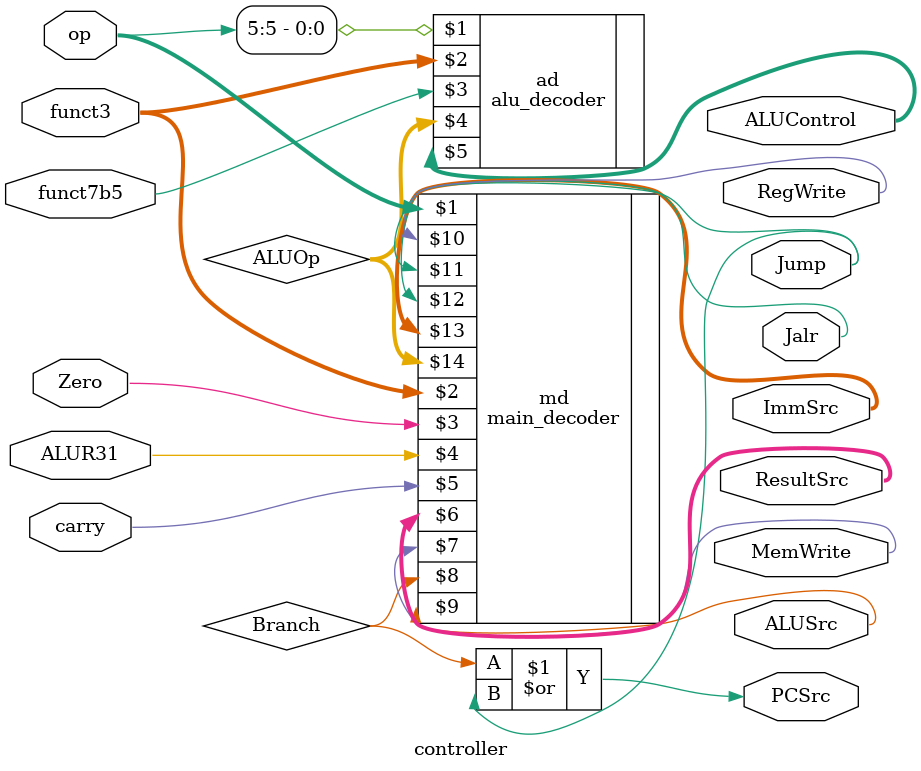
<source format=v>

/*
# Team ID:          1664
# Theme:            EcoMender Bot
# Author List:      Shrinivas Basanagouda Malipatil, Shashank M N, Bommisetty Ganesh, Shishir Ravi Jois
# Filename:         controller.v
# File Description: This module implements the controller for a RISC-V CPU,
#                   generating control signals based on the opcode and function fields
#                   of the instruction. It interacts with the main decoder and ALU decoder.
# Global variables: None
*/

module controller (
    input [6:0]  op,
    input [2:0]  funct3,
    input        funct7b5,
    input        Zero, ALUR31, carry,
    output       [1:0] ResultSrc,
    output       MemWrite,
    output       PCSrc, ALUSrc,
    output       RegWrite, Jump, Jalr,
    output [1:0] ImmSrc,
    output [3:0] ALUControl
);

wire [1:0] ALUOp;
wire       Branch;

// Main decoder instance to generate control signals based on opcode and funct3
main_decoder    md (op, funct3, Zero, ALUR31, carry, ResultSrc, MemWrite, Branch,
                    ALUSrc, RegWrite, Jump, Jalr, ImmSrc, ALUOp);

// ALU decoder instance to generate ALU control signals based on ALUOp and instruction functions						  
alu_decoder     ad (op[5], funct3, funct7b5, ALUOp, ALUControl);

// Determine PC source based on branch or jump control signals
assign PCSrc = Branch | Jump;

endmodule

</source>
